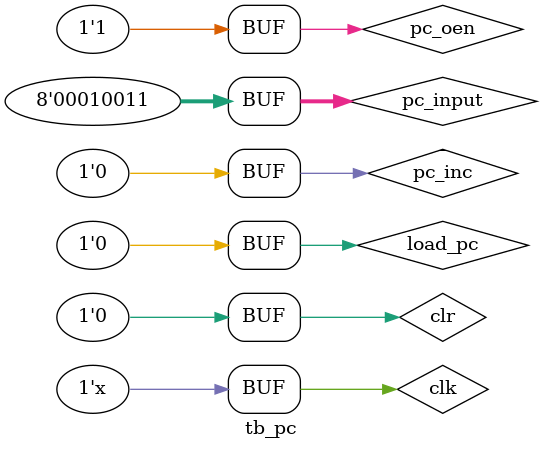
<source format=v>
`timescale 1ns / 1ps
module tb_pc();
// Inputs
   reg pc_oen;
   reg pc_inc;
   reg load_pc;
   reg [7:0] pc_input;
   reg clr;
   reg clk;
// Output
   wire [7:0] pc_out;
// Instantiate the UUT
   pc UUT (
		.pc_out(pc_out), 
		.pc_oen(pc_oen), 
		.pc_inc(pc_inc), 
		.load_pc(load_pc), 
		.pc_input(pc_input), 
		.clr(clr), 
		.clk(clk)
   );

// Initialize Inputs
   always #50 clk = ~clk;
   initial begin	
      pc_oen = 1;
	pc_inc = 0;
	load_pc = 0;
	pc_input = 8'h13;
	clr = 1;
	clk = 0;
	#100; 	clr = 0;
	#100;	pc_inc = 1;
	#500;	pc_inc = 0;
	#100;	load_pc = 1;
	#100;	load_pc = 0;
	#100;	pc_oen = 0;
	#100;	pc_oen = 1;
	#100;	clr = 1;
	#100;	clr = 0;
	#100;	
   end
endmodule

</source>
